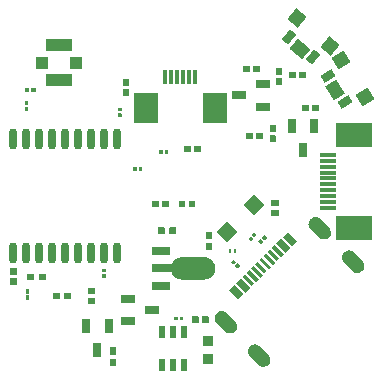
<source format=gbp>
G04 Layer: BottomPasteMaskLayer*
G04 EasyEDA v6.5.23, 2023-06-20 13:25:00*
G04 d9f535e9693744e2bd262e855d7d9790,c17a8ced473b4d519dda31697e0e54b6,10*
G04 Gerber Generator version 0.2*
G04 Scale: 100 percent, Rotated: No, Reflected: No *
G04 Dimensions in millimeters *
G04 leading zeros omitted , absolute positions ,4 integer and 5 decimal *
%FSLAX45Y45*%
%MOMM*%

%AMMACRO1*21,1,$1,$2,0,0,$3*%
%ADD10MACRO1,0.7X1.1X122.0010*%
%ADD11MACRO1,1.4X1.1X121.9998*%
%ADD12MACRO1,1.15X1.2X121.9995*%
%ADD13MACRO1,0.3X1.25X0.0000*%
%ADD14MACRO1,2X2.5X0.0000*%
%ADD15MACRO1,2.2X1.1X0.0000*%
%ADD16MACRO1,1.05X1X90.0000*%
%ADD17MACRO1,0.3X1.3X-90.0000*%
%ADD18MACRO1,2X3X-90.0000*%
%ADD19MACRO1,0.5X0.6X-90.0000*%
%ADD20MACRO1,0.27X0.25X-48.0008*%
%ADD21MACRO1,0.27X0.25X-47.9972*%
%ADD22MACRO1,1.2X1.2X45.0000*%
%ADD23MACRO1,0.27X0.25X90.0000*%
%ADD24MACRO1,0.7X1.1X139.9988*%
%ADD25MACRO1,0.7X1.1X140.0001*%
%ADD26MACRO1,1.4X1.1X140.0002*%
%ADD27MACRO1,1.15X1.2X140.0005*%
%ADD28O,0.6999986X1.7729962*%
%ADD29MACRO1,0.8X0.8X0.0000*%
%ADD30MACRO1,1.25X0.7X90.0000*%
%ADD31MACRO1,1X0.55X-90.0000*%
%ADD32MACRO1,1.25X0.7X0.0000*%
%ADD33MACRO1,0.672X1.575X90.0000*%
%ADD34C,0.0132*%

%LPD*%
G36*
X52171Y-673100D02*
G01*
X30937Y-694283D01*
X108712Y-772058D01*
X129895Y-750874D01*
G37*
G36*
X16967Y-708304D02*
G01*
X-4419Y-729691D01*
X73355Y-807466D01*
X94691Y-786079D01*
G37*
G36*
X-18440Y-743661D02*
G01*
X-39624Y-764895D01*
X38150Y-842619D01*
X59334Y-821436D01*
G37*
G36*
X-53797Y-779068D02*
G01*
X-75031Y-800252D01*
X2743Y-878027D01*
X23926Y-856843D01*
G37*
G36*
X-89204Y-814425D02*
G01*
X-110388Y-835660D01*
X-32613Y-913384D01*
X-11430Y-892200D01*
G37*
G36*
X-124561Y-849833D02*
G01*
X-145796Y-871016D01*
X-68021Y-948791D01*
X-46837Y-927608D01*
G37*
G36*
X-159969Y-885190D02*
G01*
X-181152Y-906424D01*
X-103378Y-984148D01*
X-82194Y-962964D01*
G37*
G36*
X-195326Y-920597D02*
G01*
X-216560Y-941781D01*
X-138785Y-1019556D01*
X-117602Y-998372D01*
G37*
G36*
X165201Y-559866D02*
G01*
X122580Y-602437D01*
X200558Y-680466D01*
X243179Y-637844D01*
G37*
G36*
X108610Y-616458D02*
G01*
X65989Y-659028D01*
X144018Y-737006D01*
X186588Y-694436D01*
G37*
G36*
X-230784Y-955802D02*
G01*
X-273354Y-998372D01*
X-195376Y-1076401D01*
X-152755Y-1033830D01*
G37*
G36*
X-287274Y-1012291D02*
G01*
X-329844Y-1054862D01*
X-251866Y-1132890D01*
X-209245Y-1090269D01*
G37*
G36*
X-110489Y-1512925D02*
G01*
X-117602Y-1513281D01*
X-124612Y-1514398D01*
X-131419Y-1516380D01*
X-137972Y-1519174D01*
X-144119Y-1522679D01*
X-149860Y-1526895D01*
X-154990Y-1531772D01*
X-159562Y-1537208D01*
X-163423Y-1543151D01*
X-166573Y-1549552D01*
X-167894Y-1552854D01*
X-169875Y-1559661D01*
X-171043Y-1566672D01*
X-171348Y-1573784D01*
X-170840Y-1580845D01*
X-169468Y-1587804D01*
X-168503Y-1591208D01*
X-165912Y-1597863D01*
X-162610Y-1604111D01*
X-158546Y-1609953D01*
X-153873Y-1615287D01*
X-83159Y-1686001D01*
X-77825Y-1690674D01*
X-71983Y-1694688D01*
X-65735Y-1697989D01*
X-59080Y-1700530D01*
X-52222Y-1702257D01*
X-45212Y-1703171D01*
X-38150Y-1703273D01*
X-31089Y-1702511D01*
X-24180Y-1700936D01*
X-17526Y-1698548D01*
X-11176Y-1695399D01*
X-5232Y-1691538D01*
X203Y-1686966D01*
X5080Y-1681835D01*
X9296Y-1676146D01*
X12801Y-1669999D01*
X15544Y-1663496D01*
X17526Y-1656689D01*
X18694Y-1649679D01*
X18999Y-1646174D01*
X18897Y-1639062D01*
X17983Y-1632051D01*
X16256Y-1625193D01*
X13716Y-1618589D01*
X10414Y-1612290D01*
X6400Y-1606448D01*
X1727Y-1601165D01*
X-71577Y-1528013D01*
X-77165Y-1523593D01*
X-83261Y-1519936D01*
X-89712Y-1516989D01*
X-93065Y-1515770D01*
X-99923Y-1514043D01*
X-103428Y-1513433D01*
G37*
G36*
X-393293Y-1230274D02*
G01*
X-400405Y-1230579D01*
X-407365Y-1231747D01*
X-414172Y-1233728D01*
X-420674Y-1236522D01*
X-426821Y-1240028D01*
X-432511Y-1244244D01*
X-437692Y-1249121D01*
X-442214Y-1254556D01*
X-446125Y-1260449D01*
X-449275Y-1266799D01*
X-451612Y-1273505D01*
X-452526Y-1276908D01*
X-453694Y-1283919D01*
X-453999Y-1290980D01*
X-453491Y-1298041D01*
X-452170Y-1305001D01*
X-450037Y-1311757D01*
X-447141Y-1318209D01*
X-443433Y-1324254D01*
X-439115Y-1329842D01*
X-365963Y-1403146D01*
X-360680Y-1407871D01*
X-354838Y-1411884D01*
X-348538Y-1415237D01*
X-341934Y-1417777D01*
X-338531Y-1418793D01*
X-331571Y-1420114D01*
X-324459Y-1420622D01*
X-317347Y-1420317D01*
X-313842Y-1419860D01*
X-306933Y-1418285D01*
X-300228Y-1415897D01*
X-293878Y-1412748D01*
X-287934Y-1408887D01*
X-282498Y-1404315D01*
X-279958Y-1401826D01*
X-275386Y-1396339D01*
X-271526Y-1390396D01*
X-268376Y-1384046D01*
X-265988Y-1377340D01*
X-264414Y-1370431D01*
X-263702Y-1363370D01*
X-263804Y-1356258D01*
X-264718Y-1349248D01*
X-266496Y-1342339D01*
X-269036Y-1335735D01*
X-272389Y-1329436D01*
X-276402Y-1323594D01*
X-281127Y-1318310D01*
X-354431Y-1245158D01*
X-360019Y-1240840D01*
X-366064Y-1237183D01*
X-372516Y-1234236D01*
X-379272Y-1232103D01*
X-386232Y-1230782D01*
G37*
G36*
X684276Y-718159D02*
G01*
X677164Y-718515D01*
X670153Y-719632D01*
X663346Y-721614D01*
X656793Y-724408D01*
X650646Y-727913D01*
X644906Y-732129D01*
X639775Y-737006D01*
X635203Y-742442D01*
X631342Y-748385D01*
X628192Y-754786D01*
X626872Y-758088D01*
X624890Y-764895D01*
X623773Y-771906D01*
X623417Y-779018D01*
X623925Y-786079D01*
X625297Y-793038D01*
X626262Y-796442D01*
X628853Y-803097D01*
X632155Y-809345D01*
X636219Y-815187D01*
X640943Y-820521D01*
X711657Y-891235D01*
X716940Y-895908D01*
X722782Y-899921D01*
X729081Y-903224D01*
X735685Y-905764D01*
X742543Y-907491D01*
X749554Y-908405D01*
X756666Y-908507D01*
X763676Y-907745D01*
X770585Y-906170D01*
X777240Y-903782D01*
X783590Y-900633D01*
X789533Y-896772D01*
X794969Y-892200D01*
X799846Y-887069D01*
X804062Y-881380D01*
X807567Y-875233D01*
X810310Y-868680D01*
X811428Y-865327D01*
X813003Y-858418D01*
X813765Y-851357D01*
X813663Y-844296D01*
X812749Y-837285D01*
X811022Y-830427D01*
X808482Y-823772D01*
X805180Y-817524D01*
X801166Y-811682D01*
X796493Y-806348D01*
X725779Y-735634D01*
X720445Y-730961D01*
X714603Y-726897D01*
X708355Y-723595D01*
X701700Y-721004D01*
X694842Y-719277D01*
X691337Y-718667D01*
G37*
G36*
X401472Y-435508D02*
G01*
X394411Y-435813D01*
X387400Y-436981D01*
X380593Y-438962D01*
X374091Y-441756D01*
X367944Y-445262D01*
X362254Y-449478D01*
X357073Y-454355D01*
X352552Y-459740D01*
X348691Y-465683D01*
X345541Y-472033D01*
X344220Y-475335D01*
X342239Y-482142D01*
X341071Y-489102D01*
X340766Y-496214D01*
X341274Y-503275D01*
X342595Y-510235D01*
X344728Y-516991D01*
X347675Y-523443D01*
X351332Y-529488D01*
X355650Y-535076D01*
X428802Y-608380D01*
X434085Y-613105D01*
X439928Y-617118D01*
X446227Y-620471D01*
X452831Y-623011D01*
X456234Y-624027D01*
X463245Y-625348D01*
X470306Y-625856D01*
X477418Y-625551D01*
X480923Y-625094D01*
X487832Y-623519D01*
X494538Y-621131D01*
X500888Y-617982D01*
X506831Y-614121D01*
X512267Y-609549D01*
X517143Y-604367D01*
X521411Y-598678D01*
X524916Y-592480D01*
X527659Y-585978D01*
X528777Y-582574D01*
X530352Y-575665D01*
X531063Y-568604D01*
X530961Y-561492D01*
X530047Y-554482D01*
X529285Y-550976D01*
X527100Y-544220D01*
X524154Y-537768D01*
X520446Y-531723D01*
X518363Y-528828D01*
X513638Y-523544D01*
X440334Y-450392D01*
X434746Y-446074D01*
X428701Y-442366D01*
X422249Y-439470D01*
X415493Y-437337D01*
X408533Y-436016D01*
G37*
G36*
X-99669Y275996D02*
G01*
X-103682Y271983D01*
X-103682Y225958D01*
X-99669Y221996D01*
X-49580Y221996D01*
X-45618Y225958D01*
X-45618Y271983D01*
X-49580Y275996D01*
G37*
G36*
X-184708Y275996D02*
G01*
X-188722Y271983D01*
X-188722Y225958D01*
X-184708Y221996D01*
X-134670Y221996D01*
X-130657Y225958D01*
X-130657Y271983D01*
X-134670Y275996D01*
G37*
G36*
X-523443Y-559714D02*
G01*
X-528421Y-564743D01*
X-528421Y-612749D01*
X-523443Y-619709D01*
X-478434Y-619709D01*
X-473456Y-612749D01*
X-473456Y-564743D01*
X-478434Y-559714D01*
G37*
G36*
X-523443Y-655726D02*
G01*
X-528421Y-662736D01*
X-528421Y-710742D01*
X-523443Y-715721D01*
X-478434Y-715721D01*
X-473456Y-710742D01*
X-473456Y-662736D01*
X-478434Y-655726D01*
G37*
G36*
X-1141069Y-11582D02*
G01*
X-1143457Y-14020D01*
X-1143457Y-41605D01*
X-1141069Y-43992D01*
X-1114653Y-43992D01*
X-1112215Y-41605D01*
X-1112215Y-14020D01*
X-1114653Y-11582D01*
G37*
G36*
X-1093622Y-11582D02*
G01*
X-1096060Y-14020D01*
X-1096060Y-41605D01*
X-1093622Y-43992D01*
X-1067206Y-43992D01*
X-1064818Y-41605D01*
X-1064818Y-14020D01*
X-1067206Y-11582D01*
G37*
G36*
X14833Y343204D02*
G01*
X10820Y339242D01*
X10820Y289153D01*
X14833Y285191D01*
X60858Y285191D01*
X64820Y289153D01*
X64820Y339242D01*
X60858Y343204D01*
G37*
G36*
X14833Y258165D02*
G01*
X10820Y254152D01*
X10820Y204114D01*
X14833Y200101D01*
X60858Y200101D01*
X64820Y204114D01*
X64820Y254152D01*
X60858Y258165D01*
G37*
G36*
X289814Y514045D02*
G01*
X285800Y510082D01*
X285800Y464058D01*
X289814Y460044D01*
X339852Y460044D01*
X343865Y464058D01*
X343865Y510082D01*
X339852Y514045D01*
G37*
G36*
X374853Y514045D02*
G01*
X370890Y510082D01*
X370890Y464058D01*
X374853Y460044D01*
X424942Y460044D01*
X428955Y464058D01*
X428955Y510082D01*
X424942Y514045D01*
G37*
G36*
X-1271371Y489051D02*
G01*
X-1273759Y486613D01*
X-1273759Y460197D01*
X-1271371Y457809D01*
X-1243736Y457809D01*
X-1241348Y460197D01*
X-1241348Y486613D01*
X-1243736Y489051D01*
G37*
G36*
X-1271371Y441604D02*
G01*
X-1273759Y439216D01*
X-1273759Y412800D01*
X-1271371Y410413D01*
X-1243736Y410413D01*
X-1241348Y412800D01*
X-1241348Y439216D01*
X-1243736Y441604D01*
G37*
G36*
X-1229055Y649274D02*
G01*
X-1233068Y645261D01*
X-1233068Y595172D01*
X-1229055Y591210D01*
X-1183030Y591210D01*
X-1179068Y595172D01*
X-1179068Y645261D01*
X-1183030Y649274D01*
G37*
G36*
X-1229055Y734314D02*
G01*
X-1233068Y730300D01*
X-1233068Y680262D01*
X-1229055Y676249D01*
X-1183030Y676249D01*
X-1179068Y680262D01*
X-1179068Y730300D01*
X-1183030Y734314D01*
G37*
G36*
X-922426Y134112D02*
G01*
X-924814Y131724D01*
X-924814Y104139D01*
X-922426Y101701D01*
X-896010Y101701D01*
X-893571Y104139D01*
X-893571Y131724D01*
X-896010Y134112D01*
G37*
G36*
X-874979Y134112D02*
G01*
X-877417Y131724D01*
X-877417Y104139D01*
X-874979Y101701D01*
X-848563Y101701D01*
X-846175Y104139D01*
X-846175Y131724D01*
X-848563Y134112D01*
G37*
G36*
X67106Y824230D02*
G01*
X63093Y820216D01*
X63093Y770178D01*
X67106Y766165D01*
X113131Y766165D01*
X117094Y770178D01*
X117094Y820216D01*
X113131Y824230D01*
G37*
G36*
X67106Y739190D02*
G01*
X63093Y735177D01*
X63093Y685088D01*
X67106Y681126D01*
X113131Y681126D01*
X117094Y685088D01*
X117094Y735177D01*
X113131Y739190D01*
G37*
G36*
X-979881Y-295910D02*
G01*
X-983843Y-299923D01*
X-983843Y-345897D01*
X-979881Y-349910D01*
X-929792Y-349910D01*
X-925779Y-345897D01*
X-925779Y-299923D01*
X-929792Y-295910D01*
G37*
G36*
X-894791Y-295910D02*
G01*
X-898804Y-299923D01*
X-898804Y-345897D01*
X-894791Y-349910D01*
X-844753Y-349910D01*
X-840740Y-345897D01*
X-840740Y-299923D01*
X-844753Y-295910D01*
G37*
G36*
X-643178Y-1276451D02*
G01*
X-647192Y-1280464D01*
X-647192Y-1326438D01*
X-643178Y-1330452D01*
X-593140Y-1330452D01*
X-589127Y-1326438D01*
X-589127Y-1280464D01*
X-593140Y-1276451D01*
G37*
G36*
X-558139Y-1276451D02*
G01*
X-562102Y-1280464D01*
X-562102Y-1326438D01*
X-558139Y-1330452D01*
X-508050Y-1330452D01*
X-504037Y-1326438D01*
X-504037Y-1280464D01*
X-508050Y-1276451D01*
G37*
G36*
X178511Y792886D02*
G01*
X174498Y788873D01*
X174498Y742848D01*
X178511Y738886D01*
X228549Y738886D01*
X232562Y742848D01*
X232562Y788873D01*
X228549Y792886D01*
G37*
G36*
X263550Y792886D02*
G01*
X259537Y788873D01*
X259537Y742848D01*
X263550Y738886D01*
X313639Y738886D01*
X317601Y742848D01*
X317601Y788873D01*
X313639Y792886D01*
G37*
G36*
X-2178253Y-867156D02*
G01*
X-2182266Y-871169D01*
X-2182266Y-921207D01*
X-2178253Y-925220D01*
X-2132228Y-925220D01*
X-2128266Y-921207D01*
X-2128266Y-871169D01*
X-2132228Y-867156D01*
G37*
G36*
X-2178253Y-952246D02*
G01*
X-2182266Y-956208D01*
X-2182266Y-1006297D01*
X-2178253Y-1010310D01*
X-2132228Y-1010310D01*
X-2128266Y-1006297D01*
X-2128266Y-956208D01*
X-2132228Y-952246D01*
G37*
G36*
X-2051456Y-1046276D02*
G01*
X-2053843Y-1048715D01*
X-2053843Y-1081633D01*
X-2051456Y-1084021D01*
X-2023821Y-1084021D01*
X-2021433Y-1081633D01*
X-2021433Y-1048715D01*
X-2023821Y-1046276D01*
G37*
G36*
X-2051456Y-1100226D02*
G01*
X-2053843Y-1102614D01*
X-2053843Y-1135583D01*
X-2051456Y-1137970D01*
X-2023821Y-1137970D01*
X-2021433Y-1135583D01*
X-2021433Y-1102614D01*
X-2023821Y-1100226D01*
G37*
G36*
X-2005025Y656082D02*
G01*
X-2007463Y653694D01*
X-2007463Y626110D01*
X-2005025Y623671D01*
X-1972106Y623671D01*
X-1969719Y626110D01*
X-1969719Y653694D01*
X-1972106Y656082D01*
G37*
G36*
X-2058974Y656082D02*
G01*
X-2061362Y653694D01*
X-2061362Y626110D01*
X-2058974Y623671D01*
X-2026056Y623671D01*
X-2023618Y626110D01*
X-2023618Y653694D01*
X-2026056Y656082D01*
G37*
G36*
X-1402232Y-872236D02*
G01*
X-1404620Y-874623D01*
X-1404620Y-901039D01*
X-1402232Y-903427D01*
X-1374597Y-903427D01*
X-1372209Y-901039D01*
X-1372209Y-874623D01*
X-1374597Y-872236D01*
G37*
G36*
X-1402232Y-919632D02*
G01*
X-1404620Y-922019D01*
X-1404620Y-948436D01*
X-1402232Y-950874D01*
X-1374597Y-950874D01*
X-1372209Y-948436D01*
X-1372209Y-922019D01*
X-1374597Y-919632D01*
G37*
G36*
X-32664Y-587451D02*
G01*
X-51308Y-606145D01*
X-51308Y-609549D01*
X-31800Y-629056D01*
X-28397Y-629056D01*
X-9753Y-610362D01*
X-9753Y-607009D01*
X-29260Y-587451D01*
G37*
G36*
X-66192Y-620979D02*
G01*
X-84836Y-639673D01*
X-84836Y-643077D01*
X-65328Y-662584D01*
X-61925Y-662584D01*
X-43281Y-643890D01*
X-43281Y-640537D01*
X-62788Y-620979D01*
G37*
G36*
X-294690Y-795731D02*
G01*
X-314198Y-815289D01*
X-314198Y-818641D01*
X-295554Y-837336D01*
X-292150Y-837336D01*
X-272643Y-817829D01*
X-272643Y-814425D01*
X-291287Y-795731D01*
G37*
G36*
X-261162Y-829259D02*
G01*
X-280670Y-848817D01*
X-280670Y-852169D01*
X-262026Y-870864D01*
X-258622Y-870864D01*
X-239115Y-851357D01*
X-239115Y-847953D01*
X-257759Y-829259D01*
G37*
G36*
X-755599Y-297942D02*
G01*
X-759561Y-301955D01*
X-759561Y-347929D01*
X-755599Y-351942D01*
X-705510Y-351942D01*
X-701497Y-347929D01*
X-701497Y-301955D01*
X-705510Y-297942D01*
G37*
G36*
X-670509Y-297942D02*
G01*
X-674522Y-301955D01*
X-674522Y-347929D01*
X-670509Y-351942D01*
X-620471Y-351942D01*
X-616458Y-347929D01*
X-616458Y-301955D01*
X-620471Y-297942D01*
G37*
G36*
X-794410Y-1278890D02*
G01*
X-796798Y-1281277D01*
X-796798Y-1308862D01*
X-794410Y-1311300D01*
X-767994Y-1311300D01*
X-765556Y-1308862D01*
X-765556Y-1281277D01*
X-767994Y-1278890D01*
G37*
G36*
X-746963Y-1278890D02*
G01*
X-749401Y-1281277D01*
X-749401Y-1308862D01*
X-746963Y-1311300D01*
X-720547Y-1311300D01*
X-718159Y-1308862D01*
X-718159Y-1281277D01*
X-720547Y-1278890D01*
G37*
G36*
X-930808Y-524357D02*
G01*
X-935837Y-529386D01*
X-935837Y-574395D01*
X-930808Y-579374D01*
X-882802Y-579374D01*
X-875792Y-574395D01*
X-875792Y-529386D01*
X-882802Y-524357D01*
G37*
G36*
X-832815Y-524357D02*
G01*
X-839825Y-529386D01*
X-839825Y-574395D01*
X-832815Y-579374D01*
X-784809Y-579374D01*
X-779830Y-574395D01*
X-779830Y-529386D01*
X-784809Y-524357D01*
G37*
G36*
X-1336751Y-1635912D02*
G01*
X-1341729Y-1642922D01*
X-1341729Y-1690928D01*
X-1336751Y-1695907D01*
X-1291742Y-1695907D01*
X-1286764Y-1690928D01*
X-1286764Y-1642922D01*
X-1291742Y-1635912D01*
G37*
G36*
X-1336751Y-1539900D02*
G01*
X-1341729Y-1544929D01*
X-1341729Y-1592935D01*
X-1336751Y-1599895D01*
X-1291742Y-1599895D01*
X-1286764Y-1592935D01*
X-1286764Y-1544929D01*
X-1291742Y-1539900D01*
G37*
G36*
X-2060092Y549351D02*
G01*
X-2062480Y546912D01*
X-2062480Y513994D01*
X-2060092Y511606D01*
X-2032457Y511606D01*
X-2030069Y513994D01*
X-2030069Y546912D01*
X-2032457Y549351D01*
G37*
G36*
X-2060092Y495401D02*
G01*
X-2062480Y493014D01*
X-2062480Y460044D01*
X-2060092Y457657D01*
X-2032457Y457657D01*
X-2030069Y460044D01*
X-2030069Y493014D01*
X-2032457Y495401D01*
G37*
G36*
X-1936953Y-917295D02*
G01*
X-1943963Y-922324D01*
X-1943963Y-967333D01*
X-1936953Y-972312D01*
X-1888947Y-972312D01*
X-1883968Y-967333D01*
X-1883968Y-922324D01*
X-1888947Y-917295D01*
G37*
G36*
X-2034946Y-917295D02*
G01*
X-2039924Y-922324D01*
X-2039924Y-967333D01*
X-2034946Y-972312D01*
X-1986940Y-972312D01*
X-1979930Y-967333D01*
X-1979930Y-922324D01*
X-1986940Y-917295D01*
G37*
G36*
X-1818792Y-1076045D02*
G01*
X-1823821Y-1081074D01*
X-1823821Y-1126083D01*
X-1818792Y-1131062D01*
X-1770786Y-1131062D01*
X-1763775Y-1126083D01*
X-1763775Y-1081074D01*
X-1770786Y-1076045D01*
G37*
G36*
X-1720799Y-1076045D02*
G01*
X-1727809Y-1081074D01*
X-1727809Y-1126083D01*
X-1720799Y-1131062D01*
X-1672793Y-1131062D01*
X-1667814Y-1126083D01*
X-1667814Y-1081074D01*
X-1672793Y-1076045D01*
G37*
G36*
X-1520901Y-1118057D02*
G01*
X-1524914Y-1122070D01*
X-1524914Y-1172159D01*
X-1520901Y-1176121D01*
X-1474876Y-1176121D01*
X-1470914Y-1172159D01*
X-1470914Y-1122070D01*
X-1474876Y-1118057D01*
G37*
G36*
X-1520901Y-1033018D02*
G01*
X-1524914Y-1037031D01*
X-1524914Y-1087069D01*
X-1520901Y-1091082D01*
X-1474876Y-1091082D01*
X-1470914Y-1087069D01*
X-1470914Y-1037031D01*
X-1474876Y-1033018D01*
G37*
G36*
X-208584Y844956D02*
G01*
X-212598Y840943D01*
X-212598Y794969D01*
X-208584Y790956D01*
X-158546Y790956D01*
X-154533Y794969D01*
X-154533Y840943D01*
X-158546Y844956D01*
G37*
G36*
X-123545Y844956D02*
G01*
X-127508Y840943D01*
X-127508Y794969D01*
X-123545Y790956D01*
X-73456Y790956D01*
X-69443Y794969D01*
X-69443Y840943D01*
X-73456Y844956D01*
G37*
G36*
X-711454Y169011D02*
G01*
X-715467Y164998D01*
X-715467Y118973D01*
X-711454Y115011D01*
X-661365Y115011D01*
X-657402Y118973D01*
X-657402Y164998D01*
X-661365Y169011D01*
G37*
G36*
X-626414Y169011D02*
G01*
X-630377Y164998D01*
X-630377Y118973D01*
X-626414Y115011D01*
X-576326Y115011D01*
X-572312Y118973D01*
X-572312Y164998D01*
X-576326Y169011D01*
G37*
D10*
G01*
X647710Y535038D03*
G01*
X507281Y759772D03*
D11*
G01*
X564774Y639456D03*
D12*
G01*
X815458Y577954D03*
G01*
X619389Y891730D03*
D13*
G01*
X-619912Y746848D03*
G01*
X-669912Y746848D03*
G01*
X-719912Y746848D03*
G01*
X-769912Y746848D03*
G01*
X-819911Y746848D03*
G01*
X-869911Y746848D03*
D14*
G01*
X-450910Y489343D03*
G01*
X-1038905Y489343D03*
D15*
G01*
X-1773928Y722245D03*
D16*
G01*
X-1631441Y872247D03*
D15*
G01*
X-1773930Y1022247D03*
D16*
G01*
X-1916435Y872247D03*
D17*
G01*
X502666Y90449D03*
G01*
X502666Y40449D03*
G01*
X502666Y-9550D03*
G01*
X502666Y-59550D03*
G01*
X502666Y-109550D03*
G01*
X502666Y-159550D03*
G01*
X502666Y-209549D03*
G01*
X502666Y-259549D03*
G01*
X502666Y-309549D03*
G01*
X502666Y-359549D03*
D18*
G01*
X722015Y-524550D03*
G01*
X722012Y255450D03*
D19*
G01*
X53286Y-400617D03*
G01*
X53286Y-320615D03*
D20*
G01*
X-147895Y-618393D03*
D21*
G01*
X-116371Y-590011D03*
D22*
G01*
X-124150Y-336637D03*
G01*
X-350423Y-562910D03*
D23*
G01*
X-278056Y-727392D03*
G01*
X-320474Y-727392D03*
D24*
G01*
X379105Y915859D03*
D25*
G01*
X176103Y1086196D03*
D26*
G01*
X267962Y989537D03*
D27*
G01*
X525382Y1008510D03*
G01*
X241946Y1246341D03*
D28*
G01*
X-1278562Y-739863D03*
G01*
X-1388569Y-739863D03*
G01*
X-1498577Y-739863D03*
G01*
X-1608559Y-739863D03*
G01*
X-1718566Y-739863D03*
G01*
X-1828573Y-739863D03*
G01*
X-1938555Y-739863D03*
G01*
X-2048563Y-739863D03*
G01*
X-2158570Y-739863D03*
G01*
X-2158570Y222440D03*
G01*
X-2048563Y222440D03*
G01*
X-1938555Y222440D03*
G01*
X-1828573Y222440D03*
G01*
X-1718566Y222440D03*
G01*
X-1608559Y222440D03*
G01*
X-1498577Y222440D03*
G01*
X-1388569Y222440D03*
G01*
X-1278562Y222440D03*
D29*
G01*
X-511380Y-1641594D03*
G01*
X-510679Y-1481693D03*
D30*
G01*
X199844Y331203D03*
G01*
X389835Y331203D03*
G01*
X294839Y131203D03*
D31*
G01*
X-901252Y-1690100D03*
G01*
X-806256Y-1690100D03*
G01*
X-711260Y-1690100D03*
G01*
X-711260Y-1410091D03*
G01*
X-806256Y-1410091D03*
G01*
X-901252Y-1410091D03*
D32*
G01*
X-45087Y688149D03*
G01*
X-45087Y498158D03*
G01*
X-245087Y593154D03*
D33*
G01*
X-907590Y-1020127D03*
G01*
X-907590Y-720128D03*
G36*
X-543638Y-775157D02*
G01*
X-729058Y-775157D01*
X-733511Y-775263D01*
X-737953Y-775576D01*
X-742378Y-776096D01*
X-746772Y-776823D01*
X-751128Y-777758D01*
X-755434Y-778893D01*
X-759683Y-780229D01*
X-763864Y-781763D01*
X-767968Y-783493D01*
X-771989Y-785411D01*
X-775914Y-787516D01*
X-779736Y-789805D01*
X-783447Y-792269D01*
X-787039Y-794903D01*
X-790501Y-797702D01*
X-793831Y-800663D01*
X-797016Y-803775D01*
X-800054Y-807034D01*
X-802934Y-810430D01*
X-805652Y-813958D01*
X-808202Y-817610D01*
X-810577Y-821377D01*
X-812774Y-825253D01*
X-814788Y-829226D01*
X-816612Y-837156D01*
X-986345Y-837156D01*
X-986345Y-903155D01*
X-816612Y-903155D01*
X-814788Y-911090D01*
X-812774Y-915062D01*
X-810577Y-918938D01*
X-808202Y-922705D01*
X-805652Y-926358D01*
X-802934Y-929886D01*
X-800054Y-933282D01*
X-797016Y-936541D01*
X-793831Y-939652D01*
X-790501Y-942614D01*
X-787039Y-945413D01*
X-783447Y-948047D01*
X-779736Y-950511D01*
X-775914Y-952799D01*
X-771989Y-954905D01*
X-767968Y-956823D01*
X-763864Y-958552D01*
X-759683Y-960086D01*
X-755434Y-961423D01*
X-751128Y-962558D01*
X-746772Y-963493D01*
X-742378Y-964219D01*
X-737953Y-964740D01*
X-733511Y-965052D01*
X-729058Y-965159D01*
X-543638Y-965159D01*
X-539186Y-965052D01*
X-534743Y-964740D01*
X-530318Y-964219D01*
X-525924Y-963493D01*
X-521568Y-962558D01*
X-517263Y-961423D01*
X-513013Y-960086D01*
X-508833Y-958552D01*
X-504728Y-956823D01*
X-500707Y-954905D01*
X-496783Y-952799D01*
X-492960Y-950511D01*
X-489249Y-948047D01*
X-485658Y-945413D01*
X-482196Y-942614D01*
X-478866Y-939652D01*
X-475681Y-936541D01*
X-472643Y-933282D01*
X-469762Y-929886D01*
X-467045Y-926358D01*
X-464494Y-922705D01*
X-462119Y-918938D01*
X-459922Y-915062D01*
X-457908Y-911090D01*
X-456084Y-907026D01*
X-454451Y-902883D01*
X-453016Y-898667D01*
X-451779Y-894387D01*
X-450745Y-890054D01*
X-449915Y-885680D01*
X-449290Y-881268D01*
X-448873Y-876833D01*
X-448665Y-872385D01*
X-448665Y-867930D01*
X-448873Y-863483D01*
X-449290Y-859048D01*
X-449915Y-854636D01*
X-450745Y-850262D01*
X-451779Y-845929D01*
X-453016Y-841649D01*
X-454451Y-837432D01*
X-456084Y-833290D01*
X-457908Y-829226D01*
X-459922Y-825253D01*
X-462119Y-821377D01*
X-464494Y-817610D01*
X-467045Y-813958D01*
X-469762Y-810430D01*
X-472643Y-807034D01*
X-475681Y-803775D01*
X-478866Y-800663D01*
X-482196Y-797702D01*
X-485658Y-794903D01*
X-489249Y-792269D01*
X-492960Y-789805D01*
X-496783Y-787516D01*
X-500707Y-785411D01*
X-504728Y-783493D01*
X-508833Y-781763D01*
X-513013Y-780229D01*
X-517263Y-778893D01*
X-521568Y-777758D01*
X-525924Y-776823D01*
X-530318Y-776096D01*
X-534743Y-775576D01*
X-539186Y-775263D01*
G37*
D30*
G01*
X-1542341Y-1361452D03*
G01*
X-1352350Y-1361452D03*
G01*
X-1447346Y-1561452D03*
D32*
G01*
X-1187310Y-1316530D03*
G01*
X-1187310Y-1126539D03*
G01*
X-987310Y-1221535D03*
M02*

</source>
